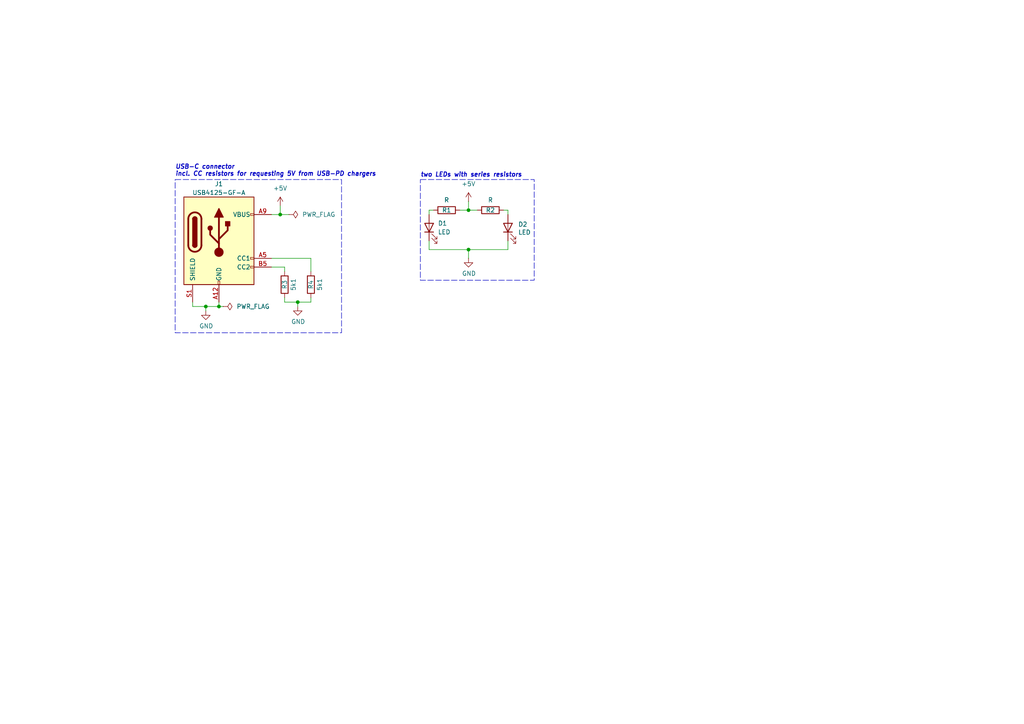
<source format=kicad_sch>
(kicad_sch (version 20231120) (generator "eeschema") (generator_version "8.0")
  (paper "A4")
  (lib_symbols
    (symbol "Connector:USB_C_Receptacle_PowerOnly_6P" (pin_names (offset 1.016))
      (property "Reference" "J" (at 0 16.51 0))
      (property "Value" "USB_C_Receptacle_PowerOnly_6P" (at 0 13.97 0))
      (symbol "USB_C_Receptacle_PowerOnly_6P_0_0"
        (rectangle (start -0.254 -12.7) (end 0.254 -11.684))
        (rectangle (start 10.16 -7.366) (end 9.144 -7.874))
        (rectangle (start 10.16 -4.826) (end 9.144 -5.334))
        (rectangle (start 10.16 7.874) (end 9.144 7.366))
      )
      (symbol "USB_C_Receptacle_PowerOnly_6P_0_1"
        (rectangle (start -10.16 12.7) (end 10.16 -12.7) (stroke (width 0.254)) (fill (type background)))
        (arc (start -8.89 -1.27) (mid -6.985 -3.1667) (end -5.08 -1.27) (stroke (width 0.508)))
        (arc (start -7.62 -1.27) (mid -6.985 -1.9023) (end -6.35 -1.27) (stroke (width 0.254)))
        (arc (start -7.62 -1.27) (mid -6.985 -1.9023) (end -6.35 -1.27) (stroke (width 0.254)) (fill (type outline)))
        (rectangle (start -7.62 -1.27) (end -6.35 6.35) (stroke (width 0.254)) (fill (type outline)))
        (arc (start -6.35 6.35) (mid -6.985 6.9823) (end -7.62 6.35) (stroke (width 0.254)))
        (arc (start -6.35 6.35) (mid -6.985 6.9823) (end -7.62 6.35) (stroke (width 0.254)) (fill (type outline)))
        (arc (start -5.08 6.35) (mid -6.985 8.2467) (end -8.89 6.35) (stroke (width 0.508)))
        (circle (center -2.54 3.683) (radius 0.635) (stroke (width 0.254)) (fill (type outline)))
        (circle (center 0 -3.302) (radius 1.27) (fill (type outline)))
        (polyline (pts (xy -8.89 -1.27) (xy -8.89 6.35)) (stroke (width 0.508)))
        (polyline (pts (xy -5.08 6.35) (xy -5.08 -1.27)) (stroke (width 0.508)))
        (polyline (pts (xy 0 -3.302) (xy 0 6.858)) (stroke (width 0.508)))
        (polyline (pts (xy 0 -0.762) (xy -2.54 1.778) (xy -2.54 3.048)) (stroke (width 0.508)))
        (polyline (pts (xy 0 0.508) (xy 2.54 3.048) (xy 2.54 4.318)) (stroke (width 0.508)))
        (polyline (pts (xy -1.27 6.858) (xy 0 9.398) (xy 1.27 6.858) (xy -1.27 6.858)) (stroke (width 0.254)) (fill (type outline)))
        (rectangle (start 1.905 4.318) (end 3.175 5.588) (stroke (width 0.254)) (fill (type outline)))
      )
      (symbol "USB_C_Receptacle_PowerOnly_6P_1_1"
        (pin passive line (at 0 -17.78 90) (length 5.08) (name "GND") (number "A12"))
        (pin bidirectional line (at 15.24 -5.08 180) (length 5.08) (name "CC1") (number "A5"))
        (pin passive line (at 15.24 7.62 180) (length 5.08) (name "VBUS") (number "A9"))
        (pin passive line (at 0 -17.78 90) (length 5.08) hide (name "GND") (number "B12"))
        (pin bidirectional line (at 15.24 -7.62 180) (length 5.08) (name "CC2") (number "B5"))
        (pin passive line (at 15.24 7.62 180) (length 5.08) hide (name "VBUS") (number "B9"))
        (pin passive line (at -7.62 -17.78 90) (length 5.08) (name "SHIELD") (number "S1"))
      )
    )
    (symbol "Device:LED" (pin_numbers hide) (pin_names (offset 1.016) hide)
      (property "Reference" "D" (at 0 2.54 0))
      (property "Value" "LED" (at 0 -2.54 0))
      (symbol "LED_0_1"
        (polyline (pts (xy -1.27 -1.27) (xy -1.27 1.27)) (stroke (width 0.254)))
        (polyline (pts (xy -1.27 0) (xy 1.27 0)))
        (polyline (pts (xy 1.27 -1.27) (xy 1.27 1.27) (xy -1.27 0) (xy 1.27 -1.27)) (stroke (width 0.254)))
        (polyline (pts (xy -3.048 -0.762) (xy -4.572 -2.286) (xy -3.81 -2.286) (xy -4.572 -2.286) (xy -4.572 -1.524)))
        (polyline (pts (xy -1.778 -0.762) (xy -3.302 -2.286) (xy -2.54 -2.286) (xy -3.302 -2.286) (xy -3.302 -1.524)))
      )
      (symbol "LED_1_1"
        (pin passive line (at -3.81 0 0) (length 2.54) (name "K") (number "1"))
        (pin passive line (at 3.81 0 180) (length 2.54) (name "A") (number "2"))
      )
    )
    (symbol "Device:R" (pin_numbers hide) (pin_names (offset 0))
      (property "Reference" "R" (at 2.032 0 90))
      (property "Value" "R" (at 0 0 90))
      (symbol "R_0_1"
        (rectangle (start -1.016 -2.54) (end 1.016 2.54) (stroke (width 0.254)))
      )
      (symbol "R_1_1"
        (pin passive line (at 0 3.81 270) (length 1.27) (name "~") (number "1"))
        (pin passive line (at 0 -3.81 90) (length 1.27) (name "~") (number "2"))
      )
    )
    (symbol "power:+5V" (power) (pin_numbers hide) (pin_names (offset 0) hide)
      (property "Value" "+5V" (at 0 3.556 0))
      (symbol "+5V_0_1"
        (polyline (pts (xy -0.762 1.27) (xy 0 2.54)))
        (polyline (pts (xy 0 0) (xy 0 2.54)))
        (polyline (pts (xy 0 2.54) (xy 0.762 1.27)))
      )
      (symbol "+5V_1_1"
        (pin power_in line (at 0 0 90) (length 0) (name "~") (number "1"))
      )
    )
    (symbol "power:GND" (power) (pin_numbers hide) (pin_names (offset 0) hide)
      (property "Value" "GND" (at 0 -3.81 0))
      (symbol "GND_0_1"
        (polyline (pts (xy 0 0) (xy 0 -1.27) (xy 1.27 -1.27) (xy 0 -2.54) (xy -1.27 -1.27) (xy 0 -1.27)))
      )
      (symbol "GND_1_1"
        (pin power_in line (at 0 0 270) (length 0) (name "~") (number "1"))
      )
    )
    (symbol "power:PWR_FLAG" (power) (pin_numbers hide) (pin_names (offset 0) hide)
      (property "Value" "PWR_FLAG" (at 0 3.81 0))
      (symbol "PWR_FLAG_0_0"
        (pin power_out line (at 0 0 90) (length 0) (name "~") (number "1"))
      )
      (symbol "PWR_FLAG_0_1"
        (polyline (pts (xy 0 0) (xy 0 1.27) (xy -1.016 1.905) (xy 0 2.54) (xy 1.016 1.905) (xy 0 1.27)))
      )
    )
  )
  (junction (at 59.69 88.9))
  (junction (at 81.28 62.23))
  (junction (at 86.36 87.63))
  (junction (at 63.5 88.9))
  (junction (at 135.89 60.96))
  (junction (at 135.89 72.39))
  (wire (pts (xy 81.28 62.23) (xy 83.82 62.23)))
  (wire (pts (xy 63.5 88.9) (xy 64.77 88.9)))
  (wire (pts (xy 55.88 87.63) (xy 55.88 88.9)))
  (wire (pts (xy 90.17 87.63) (xy 86.36 87.63)))
  (wire (pts (xy 86.36 87.63) (xy 82.55 87.63)))
  (wire (pts (xy 135.89 58.42) (xy 135.89 60.96)))
  (wire (pts (xy 78.74 74.93) (xy 90.17 74.93)))
  (wire (pts (xy 124.46 72.39) (xy 124.46 69.85)))
  (wire (pts (xy 90.17 74.93) (xy 90.17 78.74)))
  (wire (pts (xy 82.55 86.36) (xy 82.55 87.63)))
  (wire (pts (xy 135.89 72.39) (xy 147.32 72.39)))
  (wire (pts (xy 82.55 78.74) (xy 82.55 77.47)))
  (wire (pts (xy 147.32 60.96) (xy 146.05 60.96)))
  (wire (pts (xy 124.46 72.39) (xy 135.89 72.39)))
  (wire (pts (xy 78.74 62.23) (xy 81.28 62.23)))
  (wire (pts (xy 124.46 60.96) (xy 125.73 60.96)))
  (wire (pts (xy 59.69 88.9) (xy 63.5 88.9)))
  (wire (pts (xy 81.28 59.69) (xy 81.28 62.23)))
  (wire (pts (xy 133.35 60.96) (xy 135.89 60.96)))
  (wire (pts (xy 86.36 87.63) (xy 86.36 88.9)))
  (wire (pts (xy 147.32 60.96) (xy 147.32 62.23)))
  (wire (pts (xy 59.69 88.9) (xy 59.69 90.17)))
  (wire (pts (xy 135.89 72.39) (xy 135.89 74.93)))
  (wire (pts (xy 78.74 77.47) (xy 82.55 77.47)))
  (wire (pts (xy 90.17 86.36) (xy 90.17 87.63)))
  (wire (pts (xy 135.89 60.96) (xy 138.43 60.96)))
  (wire (pts (xy 63.5 87.63) (xy 63.5 88.9)))
  (wire (pts (xy 147.32 72.39) (xy 147.32 69.85)))
  (wire (pts (xy 55.88 88.9) (xy 59.69 88.9)))
  (wire (pts (xy 124.46 62.23) (xy 124.46 60.96)))
  (rectangle (start 50.8 52.07) (end 99.06 96.52) (stroke (width 0) (type dash)))
  (rectangle (start 121.92 52.07) (end 154.94 81.28) (stroke (width 0) (type dash)))
  (text "USB-C connector\nincl. CC resistors for requesting 5V from USB-PD chargers" (at 50.8 49.53 0) (effects (font (size 1.27 1.27) (thickness 0.254) (bold yes) (italic yes)) (justify left)))
  (text "two LEDs with series resistors " (at 121.92 50.8 0) (effects (font (size 1.27 1.27) (thickness 0.254) (bold yes) (italic yes)) (justify left)))
  (symbol (lib_id "Connector:USB_C_Receptacle_PowerOnly_6P") (at 63.5 69.85 0) (unit 1)
    (property "Reference" "J1" (at 63.5 53.34 0))
    (property "Value" "USB4125-GF-A" (at 63.5 55.88 0))
    (property "Footprint" "Connector_USB:USB_C_Receptacle_GCT_USB4125-xx-x_6P_TopMnt_Horizontal" (effects (hide yes)))
    (property "Datasheet" "https://www.usb.org/sites/default/files/documents/usb_type-c.zip" (effects (hide yes)))
    (property "Description" "USB Power-Only 6P Type-C Receptacle connector" (effects (hide yes)))
  )
  (symbol (lib_id "power:GND") (at 59.69 90.17 0) (unit 1)
    (property "Reference" "#PWR0101" (effects (hide yes)))
    (property "Value" "GND" (at 59.817 94.5642 0))
  )
  (symbol (lib_id "power:GND") (at 135.89 74.93 0) (unit 1)
    (property "Reference" "#PWR0102" (effects (hide yes)))
    (property "Value" "GND" (at 136.017 79.3242 0))
  )
  (symbol (lib_id "Device:LED") (at 147.32 66.04 90) (unit 1)
    (property "Reference" "D2" (at 150.2918 65.0748 90) (effects (justify right)))
    (property "Value" "LED" (at 150.2918 67.3862 90) (effects (justify right)))
    (property "Footprint" "LED_SMD:LED_1206_3216Metric_Pad1.42x1.75mm_HandSolder" (effects (hide yes)))
  )
  (symbol (lib_id "Device:LED") (at 124.46 66.04 90) (unit 1)
    (property "Reference" "D1" (at 127 64.77 90) (effects (justify right)))
    (property "Value" "LED" (at 127 67.31 90) (effects (justify right)))
    (property "Footprint" "LED_SMD:LED_1206_3216Metric_Pad1.42x1.75mm_HandSolder" (effects (hide yes)))
  )
  (symbol (lib_id "Device:R") (at 142.24 60.96 270) (unit 1)
    (property "Reference" "R2" (at 142.24 60.96 90))
    (property "Value" "R" (at 142.24 58.0136 90))
    (property "Footprint" "Resistor_THT:R_Axial_DIN0207_L6.3mm_D2.5mm_P10.16mm_Horizontal" (effects (hide yes)))
  )
  (symbol (lib_id "Device:R") (at 129.54 60.96 90) (unit 1)
    (property "Reference" "R1" (at 129.54 60.96 90))
    (property "Value" "R" (at 129.54 58.0136 90))
    (property "Footprint" "Resistor_THT:R_Axial_DIN0207_L6.3mm_D2.5mm_P10.16mm_Horizontal" (effects (hide yes)))
  )
  (symbol (lib_id "power:GND") (at 86.36 88.9 0) (unit 1)
    (property "Reference" "#PWR03" (effects (hide yes)))
    (property "Value" "GND" (at 86.487 93.2942 0))
  )
  (symbol (lib_id "power:PWR_FLAG") (at 64.77 88.9 270) (unit 1)
    (property "Reference" "#FLG02" (effects (hide yes)))
    (property "Value" "PWR_FLAG" (at 68.58 88.8999 90) (effects (justify left)))
    (property "Description" "Special symbol for telling ERC where power comes from" (effects (hide yes)))
  )
  (symbol (lib_id "Device:R") (at 90.17 82.55 180) (unit 1)
    (property "Reference" "R4" (at 90.17 82.55 90))
    (property "Value" "5k1" (at 92.71 82.55 90))
    (property "Footprint" "Resistor_SMD:R_0603_1608Metric_Pad0.98x0.95mm_HandSolder" (effects (hide yes)))
  )
  (symbol (lib_id "power:+5V") (at 135.89 58.42 0) (unit 1)
    (property "Reference" "#PWR01" (effects (hide yes)))
    (property "Value" "+5V" (at 135.89 53.34 0))
    (property "Description" "Power symbol creates a global label with name \"+5V\"" (effects (hide yes)))
  )
  (symbol (lib_id "Device:R") (at 82.55 82.55 180) (unit 1)
    (property "Reference" "R3" (at 82.55 82.55 90))
    (property "Value" "5k1" (at 85.09 82.55 90))
    (property "Footprint" "Resistor_SMD:R_0603_1608Metric_Pad0.98x0.95mm_HandSolder" (effects (hide yes)))
  )
  (symbol (lib_id "power:PWR_FLAG") (at 83.82 62.23 270) (unit 1)
    (property "Reference" "#FLG01" (effects (hide yes)))
    (property "Value" "PWR_FLAG" (at 87.63 62.2299 90) (effects (justify left)))
    (property "Description" "Special symbol for telling ERC where power comes from" (effects (hide yes)))
  )
  (symbol (lib_id "power:+5V") (at 81.28 59.69 0) (unit 1)
    (property "Reference" "#PWR02" (effects (hide yes)))
    (property "Value" "+5V" (at 81.28 54.61 0))
    (property "Description" "Power symbol creates a global label with name \"+5V\"" (effects (hide yes)))
  )
)
</source>
